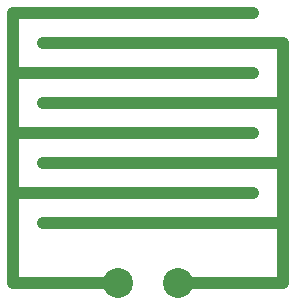
<source format=gtl>
%TF.GenerationSoftware,KiCad,Pcbnew,4.0.2-stable*%
%TF.CreationDate,2016-06-07T20:04:53-04:00*%
%TF.ProjectId,WaterSensor,576174657253656E736F722E6B696361,rev?*%
%TF.FileFunction,Copper,L1,Top,Signal*%
%FSLAX46Y46*%
G04 Gerber Fmt 4.6, Leading zero omitted, Abs format (unit mm)*
G04 Created by KiCad (PCBNEW 4.0.2-stable) date 6/7/2016 8:04:53 PM*
%MOMM*%
G01*
G04 APERTURE LIST*
%ADD10C,0.127000*%
%ADD11C,1.016000*%
%ADD12C,2.540000*%
G04 APERTURE END LIST*
D10*
D11*
X151130000Y-104140000D02*
X160020000Y-104140000D01*
X160020000Y-104140000D02*
X160020000Y-99060000D01*
X146050000Y-104140000D02*
X137160000Y-104140000D01*
X137160000Y-104140000D02*
X137160000Y-96520000D01*
X139700000Y-81280000D02*
X137160000Y-81280000D01*
X137160000Y-81280000D02*
X137160000Y-86360000D01*
X160020000Y-88900000D02*
X160020000Y-83820000D01*
X160020000Y-83820000D02*
X157480000Y-83820000D01*
X139700000Y-81280000D02*
X157480000Y-81280000D01*
X157480000Y-83820000D02*
X139700000Y-83820000D01*
X137160000Y-91440000D02*
X137160000Y-86360000D01*
X137160000Y-86360000D02*
X139700000Y-86360000D01*
X157480000Y-86360000D02*
X139700000Y-86360000D01*
X160020000Y-93980000D02*
X160020000Y-88900000D01*
X160020000Y-88900000D02*
X157480000Y-88900000D01*
X157480000Y-99060000D02*
X160020000Y-99060000D01*
X160020000Y-99060000D02*
X160020000Y-93980000D01*
X160020000Y-93980000D02*
X157480000Y-93980000D01*
X139700000Y-91440000D02*
X137160000Y-91440000D01*
X137160000Y-91440000D02*
X137160000Y-96520000D01*
X137160000Y-96520000D02*
X139700000Y-96520000D01*
X139700000Y-88900000D02*
X157480000Y-88900000D01*
X139700000Y-91440000D02*
X157480000Y-91440000D01*
X157480000Y-93980000D02*
X139700000Y-93980000D01*
X139700000Y-96520000D02*
X157480000Y-96520000D01*
X139700000Y-99060000D02*
X157480000Y-99060000D01*
D12*
X146050000Y-104140000D03*
X151130000Y-104140000D03*
M02*

</source>
